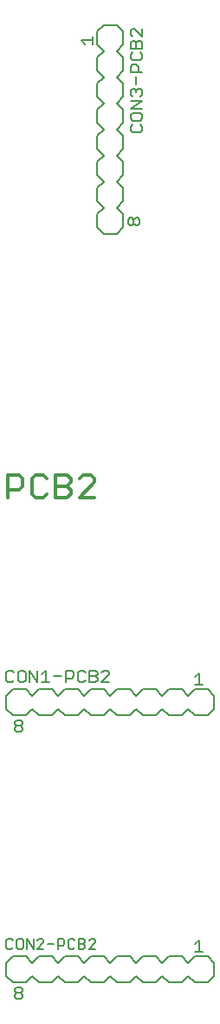
<source format=gto>
G75*
%MOIN*%
%OFA0B0*%
%FSLAX24Y24*%
%IPPOS*%
%LPD*%
%AMOC8*
5,1,8,0,0,1.08239X$1,22.5*
%
%ADD10C,0.0120*%
%ADD11C,0.0060*%
%ADD12C,0.0050*%
D10*
X004510Y021877D02*
X004510Y022757D01*
X004950Y022757D01*
X005097Y022611D01*
X005097Y022317D01*
X004950Y022170D01*
X004510Y022170D01*
X005431Y022023D02*
X005578Y021877D01*
X005871Y021877D01*
X006018Y022023D01*
X006018Y022611D02*
X005871Y022757D01*
X005578Y022757D01*
X005431Y022611D01*
X005431Y022023D01*
X006352Y021877D02*
X006792Y021877D01*
X006939Y022023D01*
X006939Y022170D01*
X006792Y022317D01*
X006352Y022317D01*
X006352Y021877D02*
X006352Y022757D01*
X006792Y022757D01*
X006939Y022611D01*
X006939Y022464D01*
X006792Y022317D01*
X007272Y022611D02*
X007419Y022757D01*
X007713Y022757D01*
X007860Y022611D01*
X007860Y022464D01*
X007272Y021877D01*
X007860Y021877D01*
D11*
X004459Y004042D02*
X004459Y003542D01*
X004709Y003292D01*
X005209Y003292D01*
X005459Y003542D01*
X005709Y003292D01*
X006209Y003292D01*
X006459Y003542D01*
X006709Y003292D01*
X007209Y003292D01*
X007459Y003542D01*
X007709Y003292D01*
X008209Y003292D01*
X008459Y003542D01*
X008709Y003292D01*
X009209Y003292D01*
X009459Y003542D01*
X009709Y003292D01*
X010209Y003292D01*
X010459Y003542D01*
X010709Y003292D01*
X011209Y003292D01*
X011459Y003542D01*
X011709Y003292D01*
X012209Y003292D01*
X012459Y003542D01*
X012459Y004042D01*
X012209Y004292D01*
X011709Y004292D01*
X011459Y004042D01*
X011209Y004292D01*
X010709Y004292D01*
X010459Y004042D01*
X010209Y004292D01*
X009709Y004292D01*
X009459Y004042D01*
X009209Y004292D01*
X008709Y004292D01*
X008459Y004042D01*
X008209Y004292D01*
X007709Y004292D01*
X007459Y004042D01*
X007209Y004292D01*
X006709Y004292D01*
X006459Y004042D01*
X006209Y004292D01*
X005709Y004292D01*
X005459Y004042D01*
X005209Y004292D01*
X004709Y004292D01*
X004459Y004042D01*
X004709Y013528D02*
X004459Y013778D01*
X004459Y014278D01*
X004709Y014528D01*
X005209Y014528D01*
X005459Y014278D01*
X005709Y014528D01*
X006209Y014528D01*
X006459Y014278D01*
X006709Y014528D01*
X007209Y014528D01*
X007459Y014278D01*
X007709Y014528D01*
X008209Y014528D01*
X008459Y014278D01*
X008709Y014528D01*
X009209Y014528D01*
X009459Y014278D01*
X009709Y014528D01*
X010209Y014528D01*
X010459Y014278D01*
X010709Y014528D01*
X011209Y014528D01*
X011459Y014278D01*
X011709Y014528D01*
X012209Y014528D01*
X012459Y014278D01*
X012459Y013778D01*
X012209Y013528D01*
X011709Y013528D01*
X011459Y013778D01*
X011209Y013528D01*
X010709Y013528D01*
X010459Y013778D01*
X010209Y013528D01*
X009709Y013528D01*
X009459Y013778D01*
X009209Y013528D01*
X008709Y013528D01*
X008459Y013778D01*
X008209Y013528D01*
X007709Y013528D01*
X007459Y013778D01*
X007209Y013528D01*
X006709Y013528D01*
X006459Y013778D01*
X006209Y013528D01*
X005709Y013528D01*
X005459Y013778D01*
X005209Y013528D01*
X004709Y013528D01*
X008209Y031981D02*
X007959Y032231D01*
X007959Y032731D01*
X008209Y032981D01*
X007959Y033231D01*
X007959Y033731D01*
X008209Y033981D01*
X007959Y034231D01*
X007959Y034731D01*
X008209Y034981D01*
X007959Y035231D01*
X007959Y035731D01*
X008209Y035981D01*
X007959Y036231D01*
X007959Y036731D01*
X008209Y036981D01*
X007959Y037231D01*
X007959Y037731D01*
X008209Y037981D01*
X007959Y038231D01*
X007959Y038731D01*
X008209Y038981D01*
X007959Y039231D01*
X007959Y039731D01*
X008209Y039981D01*
X008709Y039981D01*
X008959Y039731D01*
X008959Y039231D01*
X008709Y038981D01*
X008959Y038731D01*
X008959Y038231D01*
X008709Y037981D01*
X008959Y037731D01*
X008959Y037231D01*
X008709Y036981D01*
X008959Y036731D01*
X008959Y036231D01*
X008709Y035981D01*
X008959Y035731D01*
X008959Y035231D01*
X008709Y034981D01*
X008959Y034731D01*
X008959Y034231D01*
X008709Y033981D01*
X008959Y033731D01*
X008959Y033231D01*
X008709Y032981D01*
X008959Y032731D01*
X008959Y032231D01*
X008709Y031981D01*
X008209Y031981D01*
D12*
X009134Y032371D02*
X009134Y032521D01*
X009209Y032596D01*
X009284Y032596D01*
X009359Y032521D01*
X009359Y032371D01*
X009284Y032295D01*
X009209Y032295D01*
X009134Y032371D01*
X009359Y032371D02*
X009434Y032295D01*
X009509Y032295D01*
X009584Y032371D01*
X009584Y032521D01*
X009509Y032596D01*
X009434Y032596D01*
X009359Y032521D01*
X009309Y035862D02*
X009234Y035937D01*
X009234Y036087D01*
X009309Y036163D01*
X009309Y036323D02*
X009609Y036323D01*
X009684Y036398D01*
X009684Y036548D01*
X009609Y036623D01*
X009309Y036623D01*
X009234Y036548D01*
X009234Y036398D01*
X009309Y036323D01*
X009309Y035862D02*
X009609Y035862D01*
X009684Y035937D01*
X009684Y036087D01*
X009609Y036163D01*
X009684Y036783D02*
X009234Y036783D01*
X009684Y037083D01*
X009234Y037083D01*
X009309Y037243D02*
X009234Y037319D01*
X009234Y037469D01*
X009309Y037544D01*
X009384Y037544D01*
X009459Y037469D01*
X009534Y037544D01*
X009609Y037544D01*
X009684Y037469D01*
X009684Y037319D01*
X009609Y037243D01*
X009459Y037394D02*
X009459Y037469D01*
X009459Y037704D02*
X009459Y038004D01*
X009534Y038164D02*
X009534Y038389D01*
X009459Y038465D01*
X009309Y038465D01*
X009234Y038389D01*
X009234Y038164D01*
X009684Y038164D01*
X009609Y038625D02*
X009684Y038700D01*
X009684Y038850D01*
X009609Y038925D01*
X009684Y039085D02*
X009684Y039310D01*
X009609Y039385D01*
X009534Y039385D01*
X009459Y039310D01*
X009459Y039085D01*
X009309Y038925D02*
X009234Y038850D01*
X009234Y038700D01*
X009309Y038625D01*
X009609Y038625D01*
X009684Y039085D02*
X009234Y039085D01*
X009234Y039310D01*
X009309Y039385D01*
X009384Y039385D01*
X009459Y039310D01*
X009309Y039545D02*
X009234Y039621D01*
X009234Y039771D01*
X009309Y039846D01*
X009384Y039846D01*
X009684Y039545D01*
X009684Y039846D01*
X007784Y039546D02*
X007784Y039245D01*
X007784Y039396D02*
X007334Y039396D01*
X007484Y039245D01*
X007428Y015253D02*
X007278Y015253D01*
X007203Y015178D01*
X007203Y014878D01*
X007278Y014803D01*
X007428Y014803D01*
X007503Y014878D01*
X007663Y014803D02*
X007663Y015253D01*
X007888Y015253D01*
X007964Y015178D01*
X007964Y015103D01*
X007888Y015028D01*
X007663Y015028D01*
X007503Y015178D02*
X007428Y015253D01*
X007043Y015178D02*
X007043Y015028D01*
X006968Y014953D01*
X006742Y014953D01*
X006742Y014803D02*
X006742Y015253D01*
X006968Y015253D01*
X007043Y015178D01*
X006582Y015028D02*
X006282Y015028D01*
X006122Y014803D02*
X005822Y014803D01*
X005972Y014803D02*
X005972Y015253D01*
X005822Y015103D01*
X005662Y015253D02*
X005662Y014803D01*
X005361Y015253D01*
X005361Y014803D01*
X005201Y014878D02*
X005201Y015178D01*
X005126Y015253D01*
X004976Y015253D01*
X004901Y015178D01*
X004901Y014878D01*
X004976Y014803D01*
X005126Y014803D01*
X005201Y014878D01*
X004741Y014878D02*
X004666Y014803D01*
X004516Y014803D01*
X004441Y014878D01*
X004441Y015178D01*
X004516Y015253D01*
X004666Y015253D01*
X004741Y015178D01*
X004849Y013353D02*
X004774Y013278D01*
X004774Y013203D01*
X004849Y013128D01*
X004999Y013128D01*
X005074Y013053D01*
X005074Y012978D01*
X004999Y012903D01*
X004849Y012903D01*
X004774Y012978D01*
X004774Y013053D01*
X004849Y013128D01*
X004999Y013128D02*
X005074Y013203D01*
X005074Y013278D01*
X004999Y013353D01*
X004849Y013353D01*
X007663Y014803D02*
X007888Y014803D01*
X007964Y014878D01*
X007964Y014953D01*
X007888Y015028D01*
X008124Y015178D02*
X008199Y015253D01*
X008349Y015253D01*
X008424Y015178D01*
X008424Y015103D01*
X008124Y014803D01*
X008424Y014803D01*
X011724Y014703D02*
X012024Y014703D01*
X011874Y014703D02*
X011874Y015153D01*
X011724Y015003D01*
X011874Y004917D02*
X011724Y004767D01*
X011874Y004917D02*
X011874Y004467D01*
X011724Y004467D02*
X012024Y004467D01*
X007891Y004584D02*
X007635Y004584D01*
X007891Y004839D01*
X007891Y004903D01*
X007827Y004967D01*
X007699Y004967D01*
X007635Y004903D01*
X007492Y004903D02*
X007492Y004839D01*
X007428Y004775D01*
X007237Y004775D01*
X007237Y004584D02*
X007237Y004967D01*
X007428Y004967D01*
X007492Y004903D01*
X007428Y004775D02*
X007492Y004712D01*
X007492Y004648D01*
X007428Y004584D01*
X007237Y004584D01*
X007093Y004648D02*
X007029Y004584D01*
X006902Y004584D01*
X006838Y004648D01*
X006838Y004903D01*
X006902Y004967D01*
X007029Y004967D01*
X007093Y004903D01*
X006695Y004903D02*
X006695Y004775D01*
X006631Y004712D01*
X006439Y004712D01*
X006439Y004584D02*
X006439Y004967D01*
X006631Y004967D01*
X006695Y004903D01*
X006296Y004775D02*
X006040Y004775D01*
X005897Y004839D02*
X005897Y004903D01*
X005833Y004967D01*
X005705Y004967D01*
X005641Y004903D01*
X005498Y004967D02*
X005498Y004584D01*
X005243Y004967D01*
X005243Y004584D01*
X005100Y004648D02*
X005100Y004903D01*
X005036Y004967D01*
X004908Y004967D01*
X004844Y004903D01*
X004844Y004648D01*
X004908Y004584D01*
X005036Y004584D01*
X005100Y004648D01*
X004701Y004648D02*
X004637Y004584D01*
X004509Y004584D01*
X004445Y004648D01*
X004445Y004903D01*
X004509Y004967D01*
X004637Y004967D01*
X004701Y004903D01*
X004849Y003117D02*
X004774Y003042D01*
X004774Y002967D01*
X004849Y002892D01*
X004999Y002892D01*
X005074Y002817D01*
X005074Y002742D01*
X004999Y002667D01*
X004849Y002667D01*
X004774Y002742D01*
X004774Y002817D01*
X004849Y002892D01*
X004999Y002892D02*
X005074Y002967D01*
X005074Y003042D01*
X004999Y003117D01*
X004849Y003117D01*
X005641Y004584D02*
X005897Y004839D01*
X005897Y004584D02*
X005641Y004584D01*
M02*

</source>
